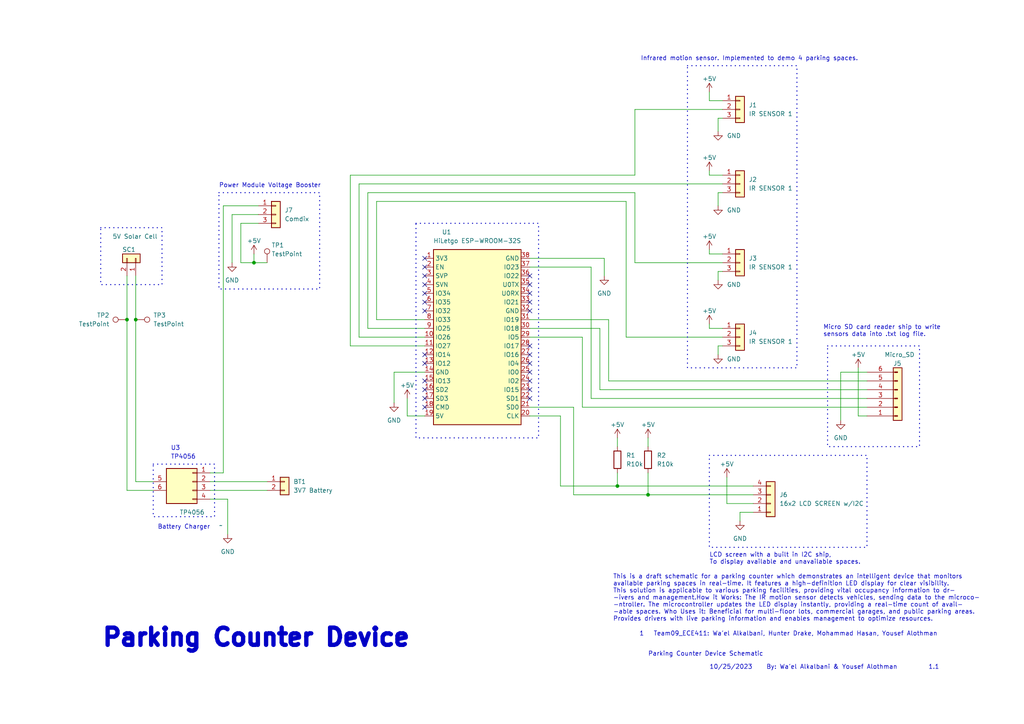
<source format=kicad_sch>
(kicad_sch (version 20230121) (generator eeschema)
  (paper "A4")
  (lib_symbols
    (symbol "Conn_01x02_2" (pin_names (offset 1.016) hide)
      (property "Reference" "SC1" (at 1.27 6.35 0))
      (property "Value" "5V Solar Cell" (at 5.08 3.81 0))
      (symbol "Conn_01x02_2_1_1"
        (rectangle (start -3.81 1.27) (end -1.27 -3.81) (stroke (width 0.254)) (fill (type background)))
        (rectangle (start -1.27 -2.667) (end -2.54 -2.413) (stroke (width 0.1524)))
        (rectangle (start -1.27 -0.127) (end -2.54 0.127) (stroke (width 0.1524)))
        (pin power_out line (at 2.54 0 180) (length 3.81) (name "SOLAR+") (number "1"))
        (pin power_out line (at 2.54 -2.54 180) (length 3.81) (name "SOLAR-") (number "2"))
      )
    )
    (symbol "Conn_01x03_2" (pin_names (offset 1.016) hide)
      (property "Reference" "J7" (at 2.54 1.27 0))
      (property "Value" "Comdix" (at 2.54 -1.27 0))
      (symbol "Conn_01x03_2_1_1"
        (rectangle (start -1.27 -2.413) (end 0 -2.667) (stroke (width 0.1524)))
        (rectangle (start -1.27 0.127) (end 0 -0.127) (stroke (width 0.1524)))
        (rectangle (start -1.27 2.667) (end 0 2.413) (stroke (width 0.1524)))
        (rectangle (start -1.27 3.81) (end 1.27 -3.81) (stroke (width 0.254)) (fill (type background)))
        (pin power_in line (at -5.08 2.54 0) (length 3.81) (name "V_IN") (number "1"))
        (pin power_in line (at -5.08 0 0) (length 3.81) (name "GND") (number "2"))
        (pin power_out line (at -5.08 -2.54 0) (length 3.81) (name "V_OUT") (number "3"))
      )
    )
    (symbol "Conn_01x03_3" (pin_names (offset 1.016) hide)
      (property "Reference" "J1" (at 2.54 1.27 0))
      (property "Value" "IR SENSOR 1" (at 2.54 -1.27 0))
      (symbol "Conn_01x03_3_1_1"
        (rectangle (start -1.27 -2.413) (end 0 -2.667) (stroke (width 0.1524)))
        (rectangle (start -1.27 0.127) (end 0 -0.127) (stroke (width 0.1524)))
        (rectangle (start -1.27 2.667) (end 0 2.413) (stroke (width 0.1524)))
        (rectangle (start -1.27 3.81) (end 1.27 -3.81) (stroke (width 0.254)) (fill (type background)))
        (pin power_in line (at -5.08 2.54 0) (length 3.81) (name "VCC") (number "1"))
        (pin output line (at -5.08 0 0) (length 3.81) (name "OUT") (number "2"))
        (pin power_in line (at -5.08 -2.54 0) (length 3.81) (name "GND") (number "3"))
      )
    )
    (symbol "Conn_01x04_1" (pin_names (offset 1.016) hide)
      (property "Reference" "TP4056" (at -7.62 -7.62 0))
      (property "Value" "~" (at 3.81 -11.43 0))
      (symbol "Conn_01x04_1_1_1"
        (rectangle (start -11.43 5.08) (end -2.54 -5.08) (stroke (width 0.254)) (fill (type background)))
        (rectangle (start -3.81 -1.143) (end -2.54 -1.397) (stroke (width 0.1524)))
        (rectangle (start -2.54 -3.937) (end -3.81 -3.683) (stroke (width 0.1524)))
        (rectangle (start -2.54 1.143) (end -3.81 1.397) (stroke (width 0.1524)))
        (rectangle (start -2.54 3.683) (end -3.81 3.937) (stroke (width 0.1524)))
        (pin power_out line (at 1.27 3.81 180) (length 3.81) (name "VBUS+") (number "1"))
        (pin power_out line (at 1.27 1.27 180) (length 3.81) (name "BAT+") (number "2"))
        (pin power_out line (at 1.27 -1.27 180) (length 3.81) (name "BAT-") (number "3"))
        (pin power_out line (at 1.27 -3.81 180) (length 3.81) (name "VBUS-") (number "4"))
        (pin power_in line (at -15.24 1.27 0) (length 3.81) (name "SOLAR+") (number "5"))
        (pin power_in line (at -15.24 -1.27 0) (length 3.81) (name "SOLAR-") (number "6"))
      )
    )
    (symbol "Conn_01x06_Pin_1" (pin_names (offset 1.016) hide)
      (property "Reference" "J5" (at -2.54 -1.27 0))
      (property "Value" "Micro_SD" (at -2.54 1.27 0))
      (symbol "Conn_01x06_Pin_1_1_1"
        (rectangle (start -1.27 7.62) (end 1.27 -7.62) (stroke (width 0.254)) (fill (type background)))
        (polyline (pts (xy 1.27 -6.35) (xy 0.8636 -6.35)) (stroke (width 0.1524)))
        (polyline (pts (xy 1.27 -3.81) (xy 0.8636 -3.81)) (stroke (width 0.1524)))
        (polyline (pts (xy 1.27 -1.27) (xy 0.8636 -1.27)) (stroke (width 0.1524)))
        (polyline (pts (xy 1.27 1.27) (xy 0.8636 1.27)) (stroke (width 0.1524)))
        (polyline (pts (xy 1.27 3.81) (xy 0.8636 3.81)) (stroke (width 0.1524)))
        (polyline (pts (xy 1.27 6.35) (xy 0.8636 6.35)) (stroke (width 0.1524)))
        (rectangle (start 0.8636 -6.223) (end 0 -6.477) (stroke (width 0.1524)) (fill (type outline)))
        (rectangle (start 0.8636 -3.683) (end 0 -3.937) (stroke (width 0.1524)) (fill (type outline)))
        (rectangle (start 0.8636 -1.143) (end 0 -1.397) (stroke (width 0.1524)) (fill (type outline)))
        (rectangle (start 0.8636 1.397) (end 0 1.143) (stroke (width 0.1524)) (fill (type outline)))
        (rectangle (start 0.8636 3.937) (end 0 3.683) (stroke (width 0.1524)) (fill (type outline)))
        (rectangle (start 0.8636 6.477) (end 0 6.223) (stroke (width 0.1524)) (fill (type outline)))
        (pin power_in line (at 8.89 6.35 180) (length 7.81) (name "+5V") (number "1"))
        (pin input line (at 8.89 3.81 180) (length 7.81) (name "CS") (number "2"))
        (pin bidirectional line (at 8.89 1.27 180) (length 7.81) (name "MOSI") (number "3"))
        (pin bidirectional line (at 8.89 -1.27 180) (length 7.81) (name "CLK") (number "4"))
        (pin bidirectional line (at 8.89 -3.81 180) (length 7.81) (name "MISO") (number "5"))
        (pin power_in line (at 8.89 -6.35 180) (length 7.81) (name "GND") (number "6"))
      )
    )
    (symbol "Connector:TestPoint" (pin_numbers hide) (pin_names (offset 0.762) hide)
      (property "Reference" "TP" (at 0 6.858 0))
      (property "Value" "TestPoint" (at 0 5.08 0))
      (symbol "TestPoint_0_1"
        (circle (center 0 3.302) (radius 0.762))
      )
      (symbol "TestPoint_1_1"
        (pin passive line (at 0 0 90) (length 2.54) (name "1") (number "1"))
      )
    )
    (symbol "Connector_Generic:Conn_01x02" (pin_names (offset 1.016) hide)
      (property "Reference" "BT1" (at 2.54 0 0))
      (property "Value" "3V7 Battery" (at 2.54 -2.54 0))
      (symbol "Conn_01x02_1_1"
        (rectangle (start -1.27 -2.413) (end 0 -2.667) (stroke (width 0.1524)))
        (rectangle (start -1.27 0.127) (end 0 -0.127) (stroke (width 0.1524)))
        (rectangle (start -1.27 1.27) (end 1.27 -3.81) (stroke (width 0.254)) (fill (type background)))
        (pin power_in line (at -5.08 0 0) (length 3.81) (name "BAT+") (number "1"))
        (pin power_in line (at -5.08 -2.54 0) (length 3.81) (name "BAT-") (number "2"))
      )
    )
    (symbol "Connector_Generic:Conn_01x04" (pin_names (offset 1.016) hide)
      (property "Reference" "J6" (at 3.81 -8.89 0))
      (property "Value" "16x2 LCD SCREEN w/I2C" (at 3.81 -11.43 0))
      (symbol "Conn_01x04_1_1"
        (rectangle (start 0 -13.843) (end 1.27 -14.097) (stroke (width 0.1524)))
        (rectangle (start 0 -11.303) (end 1.27 -11.557) (stroke (width 0.1524)))
        (rectangle (start 0 -8.763) (end 1.27 -9.017) (stroke (width 0.1524)))
        (rectangle (start 0 -6.223) (end 1.27 -6.477) (stroke (width 0.1524)))
        (rectangle (start 0 -5.08) (end 2.54 -15.24) (stroke (width 0.254)) (fill (type background)))
        (pin power_in line (at -3.81 -13.97 0) (length 3.81) (name "GND") (number "1"))
        (pin power_in line (at -3.81 -11.43 0) (length 3.81) (name "VCC") (number "2"))
        (pin bidirectional line (at -3.81 -8.89 0) (length 3.81) (name "SDA") (number "3"))
        (pin bidirectional line (at -3.81 -6.35 0) (length 3.81) (name "SCL") (number "4"))
      )
    )
    (symbol "Device:R" (pin_numbers hide) (pin_names (offset 0))
      (property "Reference" "R" (at 2.032 0 90))
      (property "Value" "R" (at 0 0 90))
      (symbol "R_0_1"
        (rectangle (start -1.016 -2.54) (end 1.016 2.54) (stroke (width 0.254)))
      )
      (symbol "R_1_1"
        (pin passive line (at 0 3.81 270) (length 1.27) (name "~") (number "1"))
        (pin passive line (at 0 -3.81 90) (length 1.27) (name "~") (number "2"))
      )
    )
    (symbol "MCU_Module:Adafruit_Feather_HUZZAH32_ESP32"
      (property "Reference" "U1" (at -8.89 27.94 0))
      (property "Value" "HiLetgo ESP-WROOM-32S" (at 0 25.4 0))
      (symbol "Adafruit_Feather_HUZZAH32_ESP32_0_1"
        (rectangle (start -12.7 22.86) (end 12.7 -27.94) (stroke (width 0.254)) (fill (type background)))
      )
      (symbol "Adafruit_Feather_HUZZAH32_ESP32_1_1"
        (pin power_out line (at -15.24 20.32 0) (length 2.54) (name "3V3") (number "1"))
        (pin bidirectional line (at -15.24 -2.54 0) (length 2.54) (name "IO26") (number "10"))
        (pin bidirectional line (at -15.24 -5.08 0) (length 2.54) (name "IO27") (number "11"))
        (pin bidirectional line (at -15.24 -7.62 0) (length 2.54) (name "IO14") (number "12"))
        (pin bidirectional line (at -15.24 -10.16 0) (length 2.54) (name "IO12") (number "13"))
        (pin power_in line (at -15.24 -12.7 0) (length 2.54) (name "GND") (number "14"))
        (pin bidirectional line (at -15.24 -15.24 0) (length 2.54) (name "IO13") (number "15"))
        (pin bidirectional line (at -15.24 -17.78 0) (length 2.54) (name "SD2") (number "16"))
        (pin bidirectional line (at -15.24 -20.32 0) (length 2.54) (name "SD3") (number "17"))
        (pin bidirectional line (at -15.24 -22.86 0) (length 2.54) (name "CMD") (number "18"))
        (pin power_in line (at -15.24 -25.4 0) (length 2.54) (name "5V") (number "19"))
        (pin input line (at -15.24 17.78 0) (length 2.54) (name "EN") (number "2"))
        (pin bidirectional line (at 15.24 -25.4 180) (length 2.54) (name "CLK") (number "20"))
        (pin bidirectional line (at 15.24 -22.86 180) (length 2.54) (name "SD0") (number "21"))
        (pin bidirectional line (at 15.24 -20.32 180) (length 2.54) (name "SD1") (number "22"))
        (pin bidirectional line (at 15.24 -17.78 180) (length 2.54) (name "IO15") (number "23"))
        (pin bidirectional line (at 15.24 -15.24 180) (length 2.54) (name "IO2") (number "24"))
        (pin bidirectional line (at 15.24 -12.7 180) (length 2.54) (name "IO0") (number "25"))
        (pin bidirectional line (at 15.24 -10.16 180) (length 2.54) (name "IO4") (number "26"))
        (pin bidirectional line (at 15.24 -7.62 180) (length 2.54) (name "IO16") (number "27"))
        (pin bidirectional line (at 15.24 -5.08 180) (length 2.54) (name "IO17") (number "28"))
        (pin bidirectional line (at 15.24 -2.54 180) (length 2.54) (name "IO5") (number "29"))
        (pin bidirectional line (at -15.24 15.24 0) (length 2.54) (name "SVP") (number "3"))
        (pin bidirectional line (at 15.24 0 180) (length 2.54) (name "IO18") (number "30"))
        (pin bidirectional line (at 15.24 2.54 180) (length 2.54) (name "IO19") (number "31"))
        (pin bidirectional line (at 15.24 5.08 180) (length 2.54) (name "GND") (number "32"))
        (pin bidirectional line (at 15.24 7.62 180) (length 2.54) (name "IO21") (number "33"))
        (pin bidirectional line (at 15.24 10.16 180) (length 2.54) (name "U0RX") (number "34"))
        (pin bidirectional line (at 15.24 12.7 180) (length 2.54) (name "U0TX") (number "35"))
        (pin bidirectional line (at 15.24 15.24 180) (length 2.54) (name "IO22") (number "36"))
        (pin bidirectional line (at 15.24 17.78 180) (length 2.54) (name "IO23") (number "37"))
        (pin power_in line (at 15.24 20.32 180) (length 2.54) (name "GND") (number "38"))
        (pin bidirectional line (at -15.24 12.7 0) (length 2.54) (name "SVN") (number "4"))
        (pin bidirectional line (at -15.24 10.16 0) (length 2.54) (name "IO34") (number "5"))
        (pin bidirectional line (at -15.24 7.62 0) (length 2.54) (name "IO35") (number "6"))
        (pin bidirectional line (at -15.24 5.08 0) (length 2.54) (name "IO32") (number "7"))
        (pin bidirectional line (at -15.24 2.54 0) (length 2.54) (name "IO33") (number "8"))
        (pin bidirectional line (at -15.24 0 0) (length 2.54) (name "IO25") (number "9"))
      )
    )
    (symbol "power:+5V" (power) (pin_names (offset 0))
      (property "Value" "+5V" (at 0 3.556 0))
      (symbol "+5V_0_1"
        (polyline (pts (xy -0.762 1.27) (xy 0 2.54)))
        (polyline (pts (xy 0 0) (xy 0 2.54)))
        (polyline (pts (xy 0 2.54) (xy 0.762 1.27)))
      )
      (symbol "+5V_1_1"
        (pin power_in line (at 0 0 90) (length 0) hide (name "+5V") (number "1"))
      )
    )
    (symbol "power:GND" (power) (pin_names (offset 0))
      (property "Value" "GND" (at 0 -3.81 0))
      (symbol "GND_0_1"
        (polyline (pts (xy 0 0) (xy 0 -1.27) (xy 1.27 -1.27) (xy 0 -2.54) (xy -1.27 -1.27) (xy 0 -1.27)))
      )
      (symbol "GND_1_1"
        (pin power_in line (at 0 0 270) (length 0) hide (name "GND") (number "1"))
      )
    )
  )
  (junction (at 187.96 143.51))
  (junction (at 73.66 76.2))
  (junction (at 179.07 140.97))
  (junction (at 36.83 92.71))
  (junction (at 39.37 92.71))
  (no_connect (at 153.67 100.33))
  (no_connect (at 123.19 118.11))
  (no_connect (at 123.19 87.63))
  (no_connect (at 123.19 110.49))
  (no_connect (at 123.19 77.47))
  (no_connect (at 153.67 80.01))
  (no_connect (at 153.67 115.57))
  (no_connect (at 123.19 102.87))
  (no_connect (at 123.19 115.57))
  (no_connect (at 153.67 85.09))
  (no_connect (at 153.67 87.63))
  (no_connect (at 153.67 110.49))
  (no_connect (at 153.67 90.17))
  (no_connect (at 153.67 107.95))
  (no_connect (at 153.67 113.03))
  (no_connect (at 123.19 113.03))
  (no_connect (at 123.19 90.17))
  (no_connect (at 153.67 102.87))
  (no_connect (at 123.19 105.41))
  (no_connect (at 123.19 74.93))
  (no_connect (at 153.67 82.55))
  (no_connect (at 123.19 85.09))
  (no_connect (at 153.67 105.41))
  (no_connect (at 123.19 80.01))
  (no_connect (at 123.19 82.55))
  (wire (pts (xy 243.84 107.95) (xy 243.84 121.92)))
  (wire (pts (xy 118.11 115.57) (xy 118.11 120.65)))
  (wire (pts (xy 251.46 107.95) (xy 243.84 107.95)))
  (wire (pts (xy 176.53 92.71) (xy 176.53 110.49)))
  (wire (pts (xy 166.37 118.11) (xy 153.67 118.11)))
  (wire (pts (xy 166.37 143.51) (xy 187.96 143.51)))
  (wire (pts (xy 64.77 59.69) (xy 74.93 59.69)))
  (wire (pts (xy 179.07 137.16) (xy 179.07 140.97)))
  (wire (pts (xy 106.68 95.25) (xy 123.19 95.25)))
  (wire (pts (xy 173.99 113.03) (xy 251.46 113.03)))
  (wire (pts (xy 104.14 53.34) (xy 104.14 97.79)))
  (wire (pts (xy 184.15 55.88) (xy 106.68 55.88)))
  (wire (pts (xy 168.91 118.11) (xy 251.46 118.11)))
  (wire (pts (xy 187.96 143.51) (xy 218.44 143.51)))
  (wire (pts (xy 153.67 74.93) (xy 175.26 74.93)))
  (wire (pts (xy 109.22 92.71) (xy 123.19 92.71)))
  (wire (pts (xy 208.28 38.1) (xy 208.28 34.29)))
  (wire (pts (xy 104.14 97.79) (xy 123.19 97.79)))
  (wire (pts (xy 60.96 144.78) (xy 66.04 144.78)))
  (wire (pts (xy 184.15 50.8) (xy 101.6 50.8)))
  (wire (pts (xy 114.3 107.95) (xy 114.3 116.84)))
  (wire (pts (xy 218.44 146.05) (xy 210.82 146.05)))
  (wire (pts (xy 36.83 80.01) (xy 36.83 92.71)))
  (wire (pts (xy 208.28 59.69) (xy 208.28 55.88)))
  (wire (pts (xy 69.85 76.2) (xy 73.66 76.2)))
  (wire (pts (xy 184.15 31.75) (xy 184.15 50.8)))
  (wire (pts (xy 205.74 29.21) (xy 205.74 26.67)))
  (wire (pts (xy 73.66 73.66) (xy 73.66 76.2)))
  (wire (pts (xy 208.28 102.87) (xy 208.28 100.33)))
  (wire (pts (xy 179.07 140.97) (xy 218.44 140.97)))
  (wire (pts (xy 118.11 120.65) (xy 123.19 120.65)))
  (wire (pts (xy 251.46 120.65) (xy 248.92 120.65)))
  (wire (pts (xy 44.45 139.7) (xy 39.37 139.7)))
  (wire (pts (xy 209.55 53.34) (xy 104.14 53.34)))
  (wire (pts (xy 209.55 31.75) (xy 184.15 31.75)))
  (wire (pts (xy 109.22 58.42) (xy 109.22 92.71)))
  (wire (pts (xy 153.67 95.25) (xy 173.99 95.25)))
  (wire (pts (xy 208.28 81.28) (xy 208.28 78.74)))
  (wire (pts (xy 166.37 143.51) (xy 166.37 118.11)))
  (wire (pts (xy 39.37 92.71) (xy 39.37 139.7)))
  (wire (pts (xy 60.96 139.7) (xy 77.47 139.7)))
  (wire (pts (xy 114.3 107.95) (xy 123.19 107.95)))
  (wire (pts (xy 101.6 50.8) (xy 101.6 100.33)))
  (wire (pts (xy 210.82 138.43) (xy 210.82 146.05)))
  (wire (pts (xy 36.83 142.24) (xy 44.45 142.24)))
  (wire (pts (xy 214.63 148.59) (xy 214.63 151.13)))
  (wire (pts (xy 184.15 76.2) (xy 184.15 55.88)))
  (wire (pts (xy 162.56 120.65) (xy 153.67 120.65)))
  (wire (pts (xy 36.83 92.71) (xy 36.83 142.24)))
  (wire (pts (xy 60.96 142.24) (xy 77.47 142.24)))
  (wire (pts (xy 209.55 95.25) (xy 205.74 95.25)))
  (wire (pts (xy 205.74 73.66) (xy 205.74 72.39)))
  (wire (pts (xy 209.55 50.8) (xy 205.74 50.8)))
  (wire (pts (xy 106.68 55.88) (xy 106.68 95.25)))
  (wire (pts (xy 208.28 55.88) (xy 209.55 55.88)))
  (wire (pts (xy 153.67 92.71) (xy 176.53 92.71)))
  (wire (pts (xy 101.6 100.33) (xy 123.19 100.33)))
  (wire (pts (xy 171.45 115.57) (xy 251.46 115.57)))
  (wire (pts (xy 67.31 62.23) (xy 67.31 76.2)))
  (wire (pts (xy 181.61 58.42) (xy 109.22 58.42)))
  (wire (pts (xy 187.96 137.16) (xy 187.96 143.51)))
  (wire (pts (xy 176.53 110.49) (xy 251.46 110.49)))
  (wire (pts (xy 64.77 137.16) (xy 60.96 137.16)))
  (wire (pts (xy 39.37 80.01) (xy 39.37 92.71)))
  (wire (pts (xy 175.26 74.93) (xy 175.26 80.01)))
  (wire (pts (xy 209.55 97.79) (xy 181.61 97.79)))
  (wire (pts (xy 208.28 78.74) (xy 209.55 78.74)))
  (wire (pts (xy 162.56 140.97) (xy 179.07 140.97)))
  (wire (pts (xy 179.07 127) (xy 179.07 129.54)))
  (wire (pts (xy 205.74 73.66) (xy 209.55 73.66)))
  (wire (pts (xy 205.74 50.8) (xy 205.74 49.53)))
  (wire (pts (xy 153.67 77.47) (xy 171.45 77.47)))
  (wire (pts (xy 73.66 76.2) (xy 77.47 76.2)))
  (wire (pts (xy 214.63 148.59) (xy 218.44 148.59)))
  (wire (pts (xy 171.45 77.47) (xy 171.45 115.57)))
  (wire (pts (xy 74.93 62.23) (xy 67.31 62.23)))
  (wire (pts (xy 173.99 95.25) (xy 173.99 113.03)))
  (wire (pts (xy 69.85 64.77) (xy 69.85 76.2)))
  (wire (pts (xy 168.91 97.79) (xy 168.91 118.11)))
  (wire (pts (xy 66.04 144.78) (xy 66.04 154.94)))
  (wire (pts (xy 153.67 97.79) (xy 168.91 97.79)))
  (wire (pts (xy 209.55 29.21) (xy 205.74 29.21)))
  (wire (pts (xy 205.74 95.25) (xy 205.74 93.98)))
  (wire (pts (xy 181.61 97.79) (xy 181.61 58.42)))
  (wire (pts (xy 208.28 100.33) (xy 209.55 100.33)))
  (wire (pts (xy 208.28 34.29) (xy 209.55 34.29)))
  (wire (pts (xy 64.77 59.69) (xy 64.77 137.16)))
  (wire (pts (xy 162.56 140.97) (xy 162.56 120.65)))
  (wire (pts (xy 187.96 127) (xy 187.96 129.54)))
  (wire (pts (xy 209.55 76.2) (xy 184.15 76.2)))
  (wire (pts (xy 248.92 106.68) (xy 248.92 120.65)))
  (wire (pts (xy 69.85 64.77) (xy 74.93 64.77)))
  (rectangle (start 199.39 19.05) (end 231.14 106.68) (stroke (width 0.3) (type dot)))
  (rectangle (start 120.65 64.77) (end 156.21 127) (stroke (width 0.3) (type dot)))
  (rectangle (start 63.5 55.88) (end 92.71 83.82) (stroke (width 0.3) (type dot)))
  (rectangle (start 29.21 66.04) (end 46.99 82.55) (stroke (width 0.3) (type dot)))
  (rectangle (start 205.74 132.08) (end 251.46 158.75) (stroke (width 0.3) (type dot)))
  (rectangle (start 44.45 134.62) (end 62.23 149.86) (stroke (width 0.3) (type dot)))
  (rectangle (start 240.03 100.33) (end 266.7 129.54) (stroke (width 0.3) (type dot)))
  (text "Infrared motion sensor. Implemented to demo 4 parking spaces.\n" (at 248.92 17.78 0) (effects (font (size 1.27 1.27)) (justify right bottom)))
  (text "LCD screen with a built in I2C ship,\nTo display available and unavailable spaces." (at 205.74 163.83 0) (effects (font (size 1.27 1.27)) (justify left bottom)))
  (text "1   Team09_ECE411: Wa'el Alkalbani, Hunter Drake, Mohammad Hasan, Yousef Alothman\n\n" (at 185.42 186.69 0) (effects (font (size 1.27 1.27)) (justify left bottom)))
  (text "By: Wa'el Alkalbani & Yousef Alothman" (at 222.25 194.31 0) (effects (font (size 1.27 1.27)) (justify left bottom)))
  (text "TP4056" (at 49.53 133.35 0) (effects (font (size 1.27 1.27)) (justify left bottom)))
  (text "Power Module Voltage Booster" (at 63.5 54.61 0) (effects (font (size 1.27 1.27)) (justify left bottom)))
  (text "Micro SD card reader ship to write\nsensors data into .txt log file. \n" (at 238.76 97.79 0) (effects (font (size 1.27 1.27)) (justify left bottom)))
  (text "10/25/2023" (at 205.74 194.31 0) (effects (font (size 1.27 1.27)) (justify left bottom)))
  (text "Parking Counter Device" (at 29.21 187.96 0) (effects (font (size 5 5) (thickness 2) bold) (justify left bottom)))
  (text "Battery Charger" (at 45.72 153.67 0) (effects (font (size 1.27 1.27)) (justify left bottom)))
  (text "This is a draft schematic for a parking counter which demonstrates an intelligent device that monitors\navailable parking spaces in real-time. It features a high-definition LED display for clear visibility. \nThis solution is applicable to various parking facilities, providing vital occupancy information to dr-\n-ivers and management.How it Works: The IR motion sensor detects vehicles, sending data to the microco-\n-ntroller. The microcontroller updates the LED display instantly, providing a real-time count of avail-\n-able spaces. Who Uses it: Beneficial for multi-floor lots, commercial garages, and public parking areas.\nProvides drivers with live parking information and enables management to optimize resources." (at 177.8 180.34 0) (effects (font (size 1.27 1.27)) (justify left bottom)))
  (text "U3" (at 49.53 130.81 0) (effects (font (size 1.27 1.27)) (justify left bottom)))
  (text "1.1" (at 269.24 194.31 0) (effects (font (size 1.27 1.27)) (justify left bottom)))
  (text "Parking Counter Device Schematic" (at 187.96 190.5 0) (effects (font (size 1.27 1.27)) (justify left bottom)))
  (symbol (lib_id "power:+5V") (at 248.92 106.68 0) (unit 1)
    (property "Reference" "#PWR011" (effects hide))
    (property "Value" "+5V" (at 248.92 102.87 0))
  )
  (symbol (lib_id "power:+5V") (at 118.11 115.57 0) (unit 1)
    (property "Reference" "#PWR01" (effects hide))
    (property "Value" "+5V" (at 118.11 111.76 0))
  )
  (symbol (lib_id "power:+5V") (at 73.66 73.66 0) (unit 1)
    (property "Reference" "#PWR017" (effects hide))
    (property "Value" "+5V" (at 73.66 69.85 0))
  )
  (symbol (lib_id "Connector:TestPoint") (at 77.47 76.2 0) (unit 1)
    (property "Reference" "TP1" (at 78.74 71.12 0) (effects (justify left)))
    (property "Value" "TestPoint" (at 78.74 73.66 0) (effects (justify left)))
    (property "Footprint" "TestPoint:TestPoint_Pad_D2.5mm" (effects hide))
  )
  (symbol (lib_name "Conn_01x06_Pin_1") (lib_id "Connector:Conn_01x06_Pin") (at 260.35 114.3 180) (unit 1)
    (property "Reference" "J5" (at 259.08 105.41 0) (effects (justify right)))
    (property "Value" "Micro_SD" (at 256.54 102.87 0) (effects (justify right)))
    (property "Footprint" "Connector_PinHeader_2.54mm:PinHeader_1x06_P2.54mm_Vertical" (effects hide))
  )
  (symbol (lib_id "power:GND") (at 175.26 80.01 0) (unit 1)
    (property "Reference" "#PWR018" (effects hide))
    (property "Value" "GND" (at 175.26 85.09 0))
  )
  (symbol (lib_id "MCU_Module:Adafruit_Feather_HUZZAH32_ESP32") (at 138.43 95.25 0) (unit 1)
    (property "Reference" "U1" (at 129.54 67.31 0))
    (property "Value" "HiLetgo ESP-WROOM-32S" (at 138.43 69.85 0))
    (property "Footprint" "Module:Adafruit_Feather_WithMountingHoles" (effects hide))
    (property "Datasheet" "https://cdn-learn.adafruit.com/downloads/pdf/adafruit-huzzah32-esp32-feather.pdf" (effects hide))
  )
  (symbol (lib_id "power:GND") (at 243.84 121.92 0) (unit 1)
    (property "Reference" "#PWR010" (effects hide))
    (property "Value" "GND" (at 243.84 127 0))
  )
  (symbol (lib_id "power:+5V") (at 205.74 49.53 0) (unit 1)
    (property "Reference" "#PWR02" (effects hide))
    (property "Value" "+5V" (at 205.74 45.72 0))
  )
  (symbol (lib_id "power:GND") (at 208.28 81.28 0) (unit 1)
    (property "Reference" "#PWR07" (effects hide))
    (property "Value" "GND" (at 210.82 82.55 0) (effects (justify left)))
  )
  (symbol (lib_id "power:+5V") (at 179.07 127 0) (unit 1)
    (property "Reference" "#PWR022" (effects hide))
    (property "Value" "+5V" (at 179.07 123.19 0))
  )
  (symbol (lib_name "Conn_01x03_3") (lib_id "Connector_Generic:Conn_01x03") (at 214.63 76.2 0) (unit 1)
    (property "Reference" "J3" (at 217.17 74.93 0) (effects (justify left)))
    (property "Value" "IR SENSOR 1" (at 217.17 77.47 0) (effects (justify left)))
    (property "Footprint" "Connector_PinHeader_2.54mm:PinHeader_1x03_P2.54mm_Vertical" (effects hide))
  )
  (symbol (lib_id "power:GND") (at 66.04 154.94 0) (unit 1)
    (property "Reference" "#PWR012" (effects hide))
    (property "Value" "GND" (at 66.04 160.02 0))
  )
  (symbol (lib_id "power:+5V") (at 210.82 138.43 0) (unit 1)
    (property "Reference" "#PWR013" (effects hide))
    (property "Value" "+5V" (at 210.82 134.62 0))
  )
  (symbol (lib_name "Conn_01x02_2") (lib_id "Connector_Generic:Conn_01x02") (at 39.37 77.47 270) (unit 1)
    (property "Reference" "SC1" (at 39.37 72.39 90) (effects (justify right)))
    (property "Value" "5V Solar Cell" (at 45.72 68.58 90) (effects (justify right)))
    (property "Footprint" "Connector_PinHeader_2.54mm:PinHeader_1x02_P2.54mm_Vertical" (effects hide))
  )
  (symbol (lib_id "power:GND") (at 214.63 151.13 0) (unit 1)
    (property "Reference" "#PWR014" (effects hide))
    (property "Value" "GND" (at 214.63 156.21 0))
  )
  (symbol (lib_name "Conn_01x03_3") (lib_id "Connector_Generic:Conn_01x03") (at 214.63 53.34 0) (unit 1)
    (property "Reference" "J2" (at 217.17 52.07 0) (effects (justify left)))
    (property "Value" "IR SENSOR 1" (at 217.17 54.61 0) (effects (justify left)))
    (property "Footprint" "Connector_PinHeader_2.54mm:PinHeader_1x03_P2.54mm_Vertical" (effects hide))
  )
  (symbol (lib_id "Device:R") (at 179.07 133.35 0) (unit 1)
    (property "Reference" "R1" (at 181.61 132.08 0) (effects (justify left)))
    (property "Value" "R10k" (at 181.61 134.62 0) (effects (justify left)))
    (property "Footprint" "Resistor_THT:R_Axial_DIN0207_L6.3mm_D2.5mm_P7.62mm_Horizontal" (effects hide))
  )
  (symbol (lib_id "power:GND") (at 208.28 59.69 0) (unit 1)
    (property "Reference" "#PWR04" (effects hide))
    (property "Value" "GND" (at 210.82 60.96 0) (effects (justify left)))
  )
  (symbol (lib_id "power:GND") (at 208.28 102.87 0) (unit 1)
    (property "Reference" "#PWR08" (effects hide))
    (property "Value" "GND" (at 210.82 104.14 0) (effects (justify left)))
  )
  (symbol (lib_name "Conn_01x03_2") (lib_id "Connector_Generic:Conn_01x03") (at 80.01 62.23 0) (unit 1)
    (property "Reference" "J7" (at 82.55 60.96 0) (effects (justify left)))
    (property "Value" "Comdix" (at 82.55 63.5 0) (effects (justify left)))
    (property "Footprint" "Connector_PinHeader_2.54mm:PinHeader_1x03_P2.54mm_Vertical" (effects hide))
  )
  (symbol (lib_id "power:+5V") (at 205.74 72.39 0) (unit 1)
    (property "Reference" "#PWR05" (effects hide))
    (property "Value" "+5V" (at 205.74 68.58 0))
  )
  (symbol (lib_id "Connector_Generic:Conn_01x02") (at 82.55 139.7 0) (unit 1)
    (property "Reference" "BT1" (at 85.09 139.7 0) (effects (justify left)))
    (property "Value" "3V7 Battery" (at 85.09 142.24 0) (effects (justify left)))
    (property "Footprint" "Connector_PinHeader_2.54mm:PinHeader_1x02_P2.54mm_Vertical" (effects hide))
  )
  (symbol (lib_id "Connector:TestPoint") (at 36.83 92.71 90) (unit 1)
    (property "Reference" "TP2" (at 31.75 91.44 90) (effects (justify left)))
    (property "Value" "TestPoint" (at 31.75 93.98 90) (effects (justify left)))
    (property "Footprint" "TestPoint:TestPoint_Pad_D2.5mm" (effects hide))
  )
  (symbol (lib_id "power:+5V") (at 205.74 93.98 0) (unit 1)
    (property "Reference" "#PWR06" (effects hide))
    (property "Value" "+5V" (at 205.74 90.17 0))
  )
  (symbol (lib_id "power:+5V") (at 205.74 26.67 0) (unit 1)
    (property "Reference" "#PWR03" (effects hide))
    (property "Value" "+5V" (at 205.74 22.86 0))
  )
  (symbol (lib_id "power:+5V") (at 187.96 127 0) (unit 1)
    (property "Reference" "#PWR021" (effects hide))
    (property "Value" "+5V" (at 187.96 123.19 0))
  )
  (symbol (lib_id "Device:R") (at 187.96 133.35 0) (unit 1)
    (property "Reference" "R2" (at 190.5 132.08 0) (effects (justify left)))
    (property "Value" "R10k" (at 190.5 134.62 0) (effects (justify left)))
    (property "Footprint" "Resistor_THT:R_Axial_DIN0207_L6.3mm_D2.5mm_P7.62mm_Horizontal" (effects hide))
  )
  (symbol (lib_id "Connector:TestPoint") (at 39.37 92.71 270) (unit 1)
    (property "Reference" "TP3" (at 44.45 91.44 90) (effects (justify left)))
    (property "Value" "TestPoint" (at 44.45 93.98 90) (effects (justify left)))
    (property "Footprint" "TestPoint:TestPoint_Pad_D2.5mm" (effects hide))
  )
  (symbol (lib_id "power:GND") (at 114.3 116.84 0) (unit 1)
    (property "Reference" "#PWR015" (effects hide))
    (property "Value" "GND" (at 114.3 121.92 0))
  )
  (symbol (lib_name "Conn_01x03_3") (lib_id "Connector_Generic:Conn_01x03") (at 214.63 97.79 0) (unit 1)
    (property "Reference" "J4" (at 217.17 96.52 0) (effects (justify left)))
    (property "Value" "IR SENSOR 1" (at 217.17 99.06 0) (effects (justify left)))
    (property "Footprint" "Connector_PinHeader_2.54mm:PinHeader_1x03_P2.54mm_Vertical" (effects hide))
  )
  (symbol (lib_id "Connector_Generic:Conn_01x04") (at 222.25 134.62 0) (unit 1)
    (property "Reference" "J6" (at 226.06 143.51 0) (effects (justify left)))
    (property "Value" "16x2 LCD SCREEN w/I2C" (at 226.06 146.05 0) (effects (justify left)))
    (property "Footprint" "Connector_PinHeader_2.54mm:PinHeader_1x04_P2.54mm_Vertical" (effects hide))
  )
  (symbol (lib_id "power:GND") (at 208.28 38.1 0) (unit 1)
    (property "Reference" "#PWR09" (effects hide))
    (property "Value" "GND" (at 210.82 39.37 0) (effects (justify left)))
  )
  (symbol (lib_name "Conn_01x04_1") (lib_id "Connector_Generic:Conn_01x04") (at 59.69 140.97 0) (unit 1)
    (property "Reference" "TP4056" (at 52.07 148.59 0) (effects (justify left)))
    (property "Value" "~" (at 63.5 152.4 0) (effects (justify left)))
    (property "Footprint" "Library:TP4056" (effects hide))
  )
  (symbol (lib_name "Conn_01x03_3") (lib_id "Connector_Generic:Conn_01x03") (at 214.63 31.75 0) (unit 1)
    (property "Reference" "J1" (at 217.17 30.48 0) (effects (justify left)))
    (property "Value" "IR SENSOR 1" (at 217.17 33.02 0) (effects (justify left)))
    (property "Footprint" "Connector_PinHeader_2.54mm:PinHeader_1x03_P2.54mm_Vertical" (effects hide))
  )
  (symbol (lib_id "power:GND") (at 67.31 76.2 0) (unit 1)
    (property "Reference" "#PWR016" (effects hide))
    (property "Value" "GND" (at 67.31 81.28 0))
  )
)
</source>
